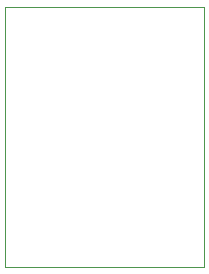
<source format=gbr>
%TF.GenerationSoftware,KiCad,Pcbnew,8.0.5*%
%TF.CreationDate,2024-10-24T22:42:25-04:00*%
%TF.ProjectId,NRF24L01 2.4GHZ,4e524632-344c-4303-9120-322e3447485a,rev?*%
%TF.SameCoordinates,Original*%
%TF.FileFunction,Profile,NP*%
%FSLAX46Y46*%
G04 Gerber Fmt 4.6, Leading zero omitted, Abs format (unit mm)*
G04 Created by KiCad (PCBNEW 8.0.5) date 2024-10-24 22:42:25*
%MOMM*%
%LPD*%
G01*
G04 APERTURE LIST*
%TA.AperFunction,Profile*%
%ADD10C,0.050000*%
%TD*%
G04 APERTURE END LIST*
D10*
X148420000Y-78720000D02*
X165240000Y-78720000D01*
X165240000Y-100760000D01*
X148420000Y-100760000D01*
X148420000Y-78720000D01*
M02*

</source>
